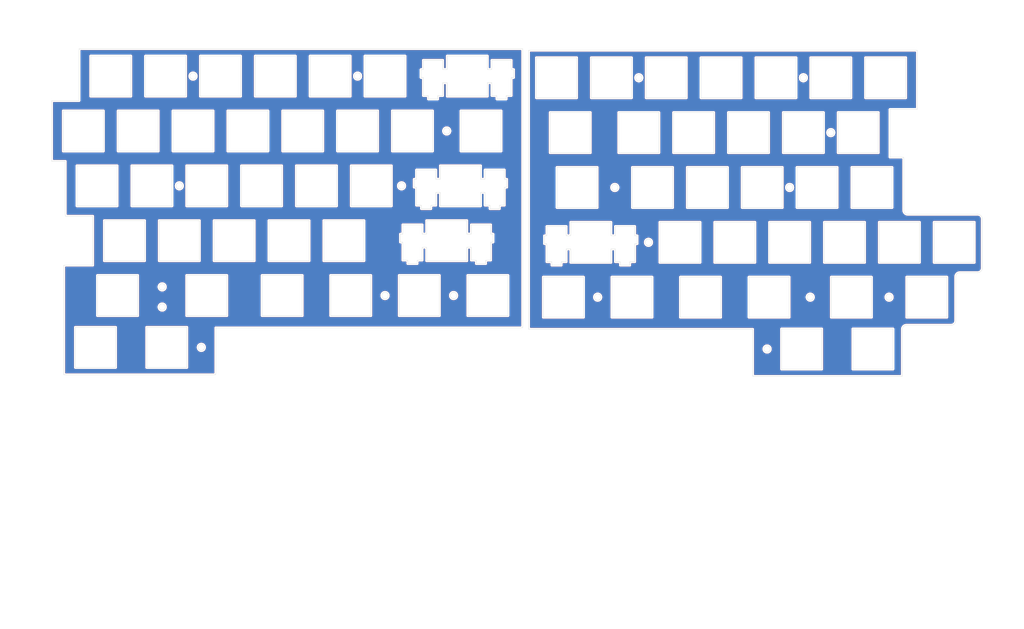
<source format=kicad_pcb>
(kicad_pcb (version 20240108) (generator "pcbnew") (generator_version "8.0")
  (layers (0 "F.Cu" signal) (31 "B.Cu" signal) (34 "B.Paste" user) (35 "F.Paste" user) (36 "B.SilkS" user "B.Silkscreen") (37 "F.SilkS" user "F.Silkscreen") (38 "B.Mask" user) (39 "F.Mask" user) (44 "Edge.Cuts" user))
  (net 0 "")
  (gr_line (start 102.715 151.311165) (end 209.293 151.311165) (layer "Edge.Cuts"))
  (gr_line (start 285.51755 109.5752) (end 285.51755 95.5759) (layer "Edge.Cuts"))
  (gr_line (start 216.88568 119.3264) (end 217.71115 119.3264) (layer "Edge.Cuts"))
  (gr_line (start 330.47255 133.675561) (end 330.47255 147.675561) (layer "Edge.Cuts"))
  (gr_line (start 295.04255 128.6252) (end 295.04255 114.6259) (layer "Edge.Cuts"))
  (gr_line (start 49.965 129.5786) (end 49.965 167.60505) (layer "Edge.Cuts"))
  (gr_circle (center 249.6547 64.4756) (end 248.5047 64.4756) (fill none) (layer "Edge.Cuts"))
  (gr_line (start 216.88568 122.1253) (end 216.88568 119.3264) (layer "Edge.Cuts"))
  (gr_line (start 196.233 108.7753) (end 196.233 104.3063) (layer "Edge.Cuts"))
  (gr_line (start 169.395 129.0255) (end 169.395 127.8253) (layer "Edge.Cuts"))
  (gr_line (start 205.366 61.6061) (end 206.188 61.6061) (layer "Edge.Cuts"))
  (gr_line (start 289.20535 151.798495) (end 289.20535 168.17495) (layer "Edge.Cuts"))
  (gr_line (start 194.708 99.7065) (end 196.233 99.7065) (layer "Edge.Cuts"))
  (gr_line (start 301.89745 133.675561) (end 301.89745 147.675561) (layer "Edge.Cuts"))
  (gr_line (start 209.293 54.381756) (end 55.265 54.381756) (layer "Edge.Cuts"))
  (gr_line (start 125.652 109.0053) (end 111.653 109.0053) (layer "Edge.Cuts"))
  (gr_line (start 194.708 104.3063) (end 194.708 109.0053) (layer "Edge.Cuts"))
  (gr_circle (center 97.715 158.10505) (end 96.565 158.10505) (fill none) (layer "Edge.Cuts"))
  (gr_line (start 144.99 75.956) (end 158.99 75.956) (layer "Edge.Cuts"))
  (gr_line (start 352.19079 114.6266) (end 366.19009 114.628542) (layer "Edge.Cuts"))
  (gr_line (start 191.47 127.8253) (end 191.47 123.3549) (layer "Edge.Cuts"))
  (gr_line (start 278.086442 147.675561) (end 264.086442 147.675552) (layer "Edge.Cuts"))
  (gr_line (start 239.98575 128.6252) (end 225.98625 128.6252) (layer "Edge.Cuts"))
  (gr_line (start 316.47255 133.675561) (end 330.47255 133.675561) (layer "Edge.Cuts"))
  (gr_line (start 171.608 102.5054) (end 171.608 99.7065) (layer "Edge.Cuts"))
  (gr_line (start 202.985 96.4764) (end 202.985 99.7065) (layer "Edge.Cuts"))
  (gr_line (start 225.98625 128.6252) (end 225.98625 123.9248) (layer "Edge.Cuts"))
  (gr_line (start 247.41755 95.5759) (end 261.41685 95.5759) (layer "Edge.Cuts"))
  (gr_line (start 166.846 118.7565) (end 167.67 118.7565) (layer "Edge.Cuts"))
  (gr_line (start 125.94 89.9553) (end 125.94 75.956) (layer "Edge.Cuts"))
  (gr_line (start 140.228 128.0553) (end 140.228 114.056) (layer "Edge.Cuts"))
  (gr_line (start 172.434 96.4764) (end 179.184 96.4764) (layer "Edge.Cuts"))
  (gr_line (start 116.127 128.0553) (end 102.128 128.0553) (layer "Edge.Cuts"))
  (gr_line (start 224.46075 116.0963) (end 224.46075 119.3264) (layer "Edge.Cuts"))
  (gr_line (start 187.853 75.956) (end 201.852 75.956) (layer "Edge.Cuts"))
  (gr_line (start 224.46075 123.9248) (end 224.46075 128.3952) (layer "Edge.Cuts"))
  (gr_line (start 218.84251 76.5259) (end 232.84205 76.5259) (layer "Edge.Cuts"))
  (gr_line (start 285.22935 71.4752) (end 271.23005 71.4752) (layer "Edge.Cuts"))
  (gr_line (start 278.086442 133.675552) (end 278.086442 147.675561) (layer "Edge.Cuts"))
  (gr_line (start 118.795 133.1046) (end 132.796 133.1046) (layer "Edge.Cuts"))
  (gr_line (start 333.14235 128.6252) (end 333.14235 114.6259) (layer "Edge.Cuts"))
  (gr_line (start 68.502 95.006) (end 68.502 109.0053) (layer "Edge.Cuts"))
  (gr_line (start 299.80505 76.5259) (end 313.80435 76.5259) (layer "Edge.Cuts"))
  (gr_line (start 225.98625 119.3264) (end 225.98625 114.6259) (layer "Edge.Cuts"))
  (gr_line (start 366.188148 128.627842) (end 352.188848 128.6259) (layer "Edge.Cuts"))
  (gr_line (start 174.159 108.7753) (end 172.434 108.7753) (layer "Edge.Cuts"))
  (gr_line (start 120.89 89.9553) (end 106.89 89.9553) (layer "Edge.Cuts"))
  (gr_line (start 342.643438 150.3753) (end 358.166468 150.3753) (layer "Edge.Cuts"))
  (gr_line (start 169.395 127.8253) (end 167.67 127.8253) (layer "Edge.Cuts"))
  (gr_line (start 246.53555 128.3952) (end 246.53555 129.5954) (layer "Edge.Cuts"))
  (gr_line (start 198.222 115.5264) (end 198.222 118.7565) (layer "Edge.Cuts"))
  (gr_line (start 61.645 147.1055) (end 61.645 133.1046) (layer "Edge.Cuts"))
  (gr_line (start 214.08 71.4752) (end 214.08 57.476) (layer "Edge.Cuts"))
  (gr_line (start 289.99185 128.6252) (end 275.99255 128.6252) (layer "Edge.Cuts"))
  (gr_line (start 189.946 123.3549) (end 189.946 128.0553) (layer "Edge.Cuts"))
  (gr_line (start 201.26 108.7753) (end 201.26 109.9755) (layer "Edge.Cuts"))
  (gr_line (start 214.08 57.476) (end 228.07955 57.476) (layer "Edge.Cuts"))
  (gr_line (start 68.79 89.9553) (end 68.79 75.956) (layer "Edge.Cuts"))
  (gr_line (start 175.945 114.056) (end 189.946 114.056) (layer "Edge.Cuts"))
  (gr_line (start 135.177 128.0553) (end 121.178 128.0553) (layer "Edge.Cuts"))
  (gr_line (start 233.13005 71.4752) (end 233.13005 57.476) (layer "Edge.Cuts"))
  (gr_arc (start 359.66655 133.62205) (mid 360.105889 132.561391) (end 361.166548 132.12205) (layer "Edge.Cuts"))
  (gr_line (start 82.79 89.9553) (end 68.79 89.9553) (layer "Edge.Cuts"))
  (gr_line (start 294.75435 76.5259) (end 294.75435 90.5252) (layer "Edge.Cuts"))
  (gr_line (start 221.22238 95.5759) (end 235.22325 95.5759) (layer "Edge.Cuts"))
  (gr_line (start 224.46075 119.3264) (end 225.98625 119.3264) (layer "Edge.Cuts"))
  (gr_line (start 180.421 133.1046) (end 180.421 147.1055) (layer "Edge.Cuts"))
  (gr_line (start 180.421 147.1055) (end 166.42 147.1055) (layer "Edge.Cuts"))
  (gr_line (start 179.184 99.7065) (end 180.709 99.7065) (layer "Edge.Cuts"))
  (gr_line (start 304.27935 57.476) (end 304.27935 71.4752) (layer "Edge.Cuts"))
  (gr_line (start 313.80435 76.5259) (end 313.80435 90.5252) (layer "Edge.Cuts"))
  (gr_line (start 45.74 93.4813) (end 50.503 93.4813) (layer "Edge.Cuts"))
  (gr_line (start 328.09235 128.6252) (end 314.09235 128.6252) (layer "Edge.Cuts"))
  (gr_line (start 261.70505 76.5259) (end 275.70435 76.5259) (layer "Edge.Cuts"))
  (gr_line (start 275.70435 90.5252) (end 261.70505 90.5252) (layer "Edge.Cuts"))
  (gr_line (start 132.796 147.1055) (end 118.795 147.1055) (layer "Edge.Cuts"))
  (gr_line (start 181.565 66.2061) (end 181.565 70.6753) (layer "Edge.Cuts"))
  (gr_line (start 183.09 61.6061) (end 183.09 56.9061) (layer "Edge.Cuts"))
  (gr_line (start 174.815 70.6753) (end 174.815 64.4051) (layer "Edge.Cuts"))
  (gr_line (start 130.703 109.0053) (end 130.703 95.006) (layer "Edge.Cuts"))
  (gr_line (start 316.47255 147.675561) (end 316.47255 133.675561) (layer "Edge.Cuts"))
  (gr_line (start 111.653 95.006) (end 125.652 95.006) (layer "Edge.Cuts"))
  (gr_line (start 45.74 72.43) (end 45.74 93.4813) (layer "Edge.Cuts"))
  (gr_line (start 225.98625 114.6259) (end 239.98575 114.6259) (layer "Edge.Cuts"))
  (gr_line (start 248.26075 119.3264) (end 249.08625 119.3264) (layer "Edge.Cuts"))
  (gr_line (start 198.614 61.6061) (end 198.614 58.3761) (layer "Edge.Cuts"))
  (gr_line (start 248.26075 128.3952) (end 246.53555 128.3952) (layer "Edge.Cuts"))
  (gr_line (start 64.028 114.056) (end 78.027 114.056) (layer "Edge.Cuts"))
  (gr_line (start 346.37935 54.95) (end 211.38 54.95) (layer "Edge.Cuts"))
  (gr_line (start 328.09235 114.6259) (end 328.09235 128.6252) (layer "Edge.Cuts"))
  (gr_line (start 205.366 64.4051) (end 205.366 70.6753) (layer "Edge.Cuts"))
  (gr_circle (center 316.32985 83.52555) (end 315.17985 83.52555) (fill none) (layer "Edge.Cuts"))
  (gr_line (start 196.233 99.7065) (end 196.233 96.4764) (layer "Edge.Cuts"))
  (gr_line (start 125.94 75.956) (end 139.94 75.956) (layer "Edge.Cuts"))
  (gr_line (start 106.602 147.1055) (end 92.603 147.1055) (layer "Edge.Cuts"))
  (gr_line (start 193.195 127.8253) (end 191.47 127.8253) (layer "Edge.Cuts"))
  (gr_line (start 323.61735 95.5759) (end 337.61735 95.5759) (layer "Edge.Cuts"))
  (gr_line (start 179.839 71.8755) (end 176.539 71.8755) (layer "Edge.Cuts"))
  (gr_line (start 254.272369 147.675552) (end 240.272369 147.675552) (layer "Edge.Cuts"))
  (gr_line (start 275.70435 76.5259) (end 275.70435 90.5252) (layer "Edge.Cuts"))
  (gr_line (start 194.708 109.0053) (end 180.709 109.0053) (layer "Edge.Cuts"))
  (gr_line (start 172.434 108.7753) (end 172.434 102.5054) (layer "Edge.Cuts"))
  (gr_line (start 299.51685 95.5759) (end 299.51685 109.5752) (layer "Edge.Cuts"))
  (gr_line (start 275.99255 114.6259) (end 289.99185 114.6259) (layer "Edge.Cuts"))
  (gr_line (start 366.19009 114.628542) (end 366.188148 128.627842) (layer "Edge.Cuts"))
  (gr_line (start 183.09 66.2061) (end 181.565 66.2061) (layer "Edge.Cuts"))
  (gr_line (start 219.43644 129.5954) (end 219.43644 128.3952) (layer "Edge.Cuts"))
  (gr_line (start 189.946 114.056) (end 189.946 118.7565) (layer "Edge.Cuts"))
  (gr_line (start 217.71115 122.1253) (end 216.88568 122.1253) (layer "Edge.Cuts"))
  (gr_circle (center 182.9465 82.95565) (end 181.7965 82.95565) (fill none) (layer "Edge.Cuts"))
  (gr_line (start 280.46685 109.5752) (end 266.46755 109.5752) (layer "Edge.Cuts"))
  (gr_line (start 336.85435 75.4752) (end 346.37935 75.4752) (layer "Edge.Cuts"))
  (gr_line (start 347.14235 128.6252) (end 333.14235 128.6252) (layer "Edge.Cuts"))
  (gr_line (start 54.503 109.0053) (end 54.503 95.006) (layer "Edge.Cuts"))
  (gr_line (start 68.79 75.956) (end 82.79 75.956) (layer "Edge.Cuts"))
  (gr_line (start 270.94185 114.6259) (end 270.94185 128.6252) (layer "Edge.Cuts"))
  (gr_line (start 97.077 114.056) (end 97.077 128.0553) (layer "Edge.Cuts"))
  (gr_line (start 323.61735 109.5752) (end 323.61735 95.5759) (layer "Edge.Cuts"))
  (gr_line (start 217.71115 116.0963) (end 224.46075 116.0963) (layer "Edge.Cuts"))
  (gr_line (start 191.47 115.5264) (end 198.222 115.5264) (layer "Edge.Cuts"))
  (gr_line (start 63.74 89.9553) (end 49.74 89.9553) (layer "Edge.Cuts"))
  (gr_line (start 196.233 104.3063) (end 194.708 104.3063) (layer "Edge.Cuts"))
  (gr_line (start 149.753 109.0053) (end 149.753 95.006) (layer "Edge.Cuts"))
  (gr_line (start 309.32865 71.4752) (end 309.32865 57.476) (layer "Edge.Cuts"))
  (gr_line (start 154.227 128.0553) (end 140.228 128.0553) (layer "Edge.Cuts"))
  (gr_line (start 203.81 102.5054) (end 202.985 102.5054) (layer "Edge.Cuts"))
  (gr_line (start 222.73545 129.5954) (end 219.43644 129.5954) (layer "Edge.Cuts"))
  (gr_line (start 55.265 54.381756) (end 55.265 72.43) (layer "Edge.Cuts"))
  (gr_line (start 280.46685 95.5759) (end 280.46685 109.5752) (layer "Edge.Cuts"))
  (gr_line (start 118.795 147.1055) (end 118.795 133.1046) (layer "Edge.Cuts"))
  (gr_line (start 219.43644 128.3952) (end 217.71115 128.3952) (layer "Edge.Cuts"))
  (gr_line (start 200.339 70.6753) (end 198.614 70.6753) (layer "Edge.Cuts"))
  (gr_line (start 181.565 61.6061) (end 183.09 61.6061) (layer "Edge.Cuts"))
  (gr_line (start 174.159 109.9755) (end 174.159 108.7753) (layer "Edge.Cuts"))
  (gr_line (start 197.09 56.9061) (end 197.09 61.6061) (layer "Edge.Cuts"))
  (gr_line (start 309.04185 128.6252) (end 295.04255 128.6252) (layer "Edge.Cuts"))
  (gr_line (start 200.339 71.8755) (end 200.339 70.6753) (layer "Edge.Cuts"))
  (gr_line (start 201.852 89.9553) (end 187.853 89.9553) (layer "Edge.Cuts"))
  (gr_line (start 139.94 89.9553) (end 125.94 89.9553) (layer "Edge.Cuts"))
  (gr_line (start 101.84 75.956) (end 101.84 89.9553) (layer "Edge.Cuts"))
  (gr_line (start 337.61735 109.5752) (end 323.61735 109.5752) (layer "Edge.Cuts"))
  (gr_line (start 216.460199 147.675552) (end 216.460199 133.675552) (layer "Edge.Cuts"))
  (gr_line (start 242.65505 90.5252) (end 242.65505 76.5259) (layer "Edge.Cuts"))
  (gr_line (start 164.04 89.9553) (end 164.04 75.956) (layer "Edge.Cuts"))
  (gr_line (start 225.98625 123.9248) (end 224.46075 123.9248) (layer "Edge.Cuts"))
  (gr_line (start 168.515 56.9061) (end 168.515 70.9053) (layer "Edge.Cuts"))
  (gr_line (start 256.65435 90.5252) (end 242.65505 90.5252) (layer "Edge.Cuts"))
  (gr_line (start 264.086442 133.675552) (end 278.086442 133.675552) (layer "Edge.Cuts"))
  (gr_line (start 249.08625 122.1253) (end 248.26075 122.1253) (layer "Edge.Cuts"))
  (gr_line (start 247.12935 57.476) (end 247.12935 71.4752) (layer "Edge.Cuts"))
  (gr_line (start 198.222 118.7565) (end 199.044 118.7565) (layer "Edge.Cuts"))
  (gr_line (start 330.47255 147.675561) (end 316.47255 147.675561) (layer "Edge.Cuts"))
  (gr_line (start 149.465 56.9061) (end 149.465 70.9053) (layer "Edge.Cuts"))
  (gr_line (start 241.51125 123.9248) (end 239.98575 123.9248) (layer "Edge.Cuts"))
  (gr_line (start 175.945 128.0553) (end 175.945 123.3549) (layer "Edge.Cuts"))
  (gr_line (start 167.67 118.7565) (end 167.67 115.5264) (layer "Edge.Cuts"))
  (gr_line (start 217.71115 128.3952) (end 217.71115 122.1253) (layer "Edge.Cuts"))
  (gr_line (start 323.32935 57.476) (end 323.32935 71.4752) (layer "Edge.Cuts"))
  (gr_line (start 252.18005 71.4752) (end 252.18005 57.476) (layer "Edge.Cuts"))
  (gr_circle (center 241.3204 102.57555) (end 240.1704 102.57555) (fill none) (layer "Edge.Cuts"))
  (gr_line (start 177.458 109.9755) (end 174.159 109.9755) (layer "Edge.Cuts"))
  (gr_line (start 67.965 151.10505) (end 67.965 165.10505) (layer "Edge.Cuts"))
  (gr_line (start 116.415 70.9053) (end 116.415 56.9061) (layer "Edge.Cuts"))
  (gr_line (start 144.99 89.9553) (end 144.99 75.956) (layer "Edge.Cuts"))
  (gr_line (start 130.703 95.006) (end 144.702 95.006) (layer "Edge.Cuts"))
  (gr_line (start 60.028 112.5313) (end 60.028 129.5786) (layer "Edge.Cuts"))
  (gr_line (start 202.985 102.5054) (end 202.985 108.7753) (layer "Edge.Cuts"))
  (gr_circle (center 94.84 63.9057) (end 93.69 63.9057) (fill none) (layer "Edge.Cuts"))
  (gr_line (start 235.22325 109.5752) (end 221.22238 109.5752) (layer "Edge.Cuts"))
  (gr_line (start 275.99255 128.6252) (end 275.99255 114.6259) (layer "Edge.Cuts"))
  (gr_line (start 224.46075 128.3952) (end 222.73545 128.3952) (layer "Edge.Cuts"))
  (gr_line (start 121.178 128.0553) (end 121.178 114.056) (layer "Edge.Cuts"))
  (gr_line (start 239.98575 119.3264) (end 241.51125 119.3264) (layer "Edge.Cuts"))
  (gr_line (start 248.26075 116.0963) (end 248.26075 119.3264) (layer "Edge.Cuts"))
  (gr_line (start 341.61735 92.0499) (end 336.85435 92.0499) (layer "Edge.Cuts"))
  (gr_line (start 241.51125 128.3952) (end 241.51125 123.9248) (layer "Edge.Cuts"))
  (gr_arc (start 341.14335 151.87539) (mid 341.582716 150.814668) (end 342.643438 150.3753) (layer "Edge.Cuts"))
  (gr_line (start 323.32935 71.4752) (end 309.32865 71.4752) (layer "Edge.Cuts"))
  (gr_line (start 341.61735 110.4259) (end 341.61735 92.0499) (layer "Edge.Cuts"))
  (gr_line (start 247.12935 71.4752) (end 233.13005 71.4752) (layer "Edge.Cuts"))
  (gr_line (start 53.965 151.10505) (end 67.965 151.10505) (layer "Edge.Cuts"))
  (gr_line (start 68.502 109.0053) (end 54.503 109.0053) (layer "Edge.Cuts"))
  (gr_line (start 295.04255 114.6259) (end 309.04185 114.6259) (layer "Edge.Cuts"))
  (gr_line (start 261.41685 95.5759) (end 261.41685 109.5752) (layer "Edge.Cuts"))
  (gr_line (start 180.709 99.7065) (end 180.709 95.006) (layer "Edge.Cuts"))
  (gr_line (start 121.178 114.056) (end 135.177 114.056) (layer "Edge.Cuts"))
  (gr_line (start 341.14335 168.17495) (end 341.14335 151.87539) (layer "Edge.Cuts"))
  (gr_line (start 230.460199 133.675552) (end 230.460199 147.675552) (layer "Edge.Cuts"))
  (gr_line (start 132.796 133.1046) (end 132.796 147.1055) (layer "Edge.Cuts"))
  (gr_line (start 368.888848 130.62205) (end 368.888848 113.4259) (layer "Edge.Cuts"))
  (gr_line (start 158.99 75.956) (end 158.99 89.9553) (layer "Edge.Cuts"))
  (gr_line (start 323.95535 151.675561) (end 337.95535 151.675561) (layer "Edge.Cuts"))
  (gr_line (start 240.272369 147.675552) (end 240.272369 133.675552) (layer "Edge.Cuts"))
  (gr_line (start 337.95535 165.675561) (end 323.95535 165.675561) (layer "Edge.Cuts"))
  (gr_line (start 196.497 129.0255) (end 193.195 129.0255) (layer "Edge.Cuts"))
  (gr_line (start 198.614 70.6753) (end 198.614 66.2061) (layer "Edge.Cuts"))
  (gr_line (start 332.85435 76.5259) (end 332.85435 90.5252) (layer "Edge.Cuts"))
  (gr_line (start 352.188848 128.6259) (end 352.19079 114.6266) (layer "Edge.Cuts"))
  (gr_line (start 167.67 115.5264) (end 174.421 115.5264) (layer "Edge.Cuts"))
  (gr_line (start 203.81 99.7065) (end 203.81 102.5054) (layer "Edge.Cuts"))
  (gr_line (start 290.28005 57.476) (end 304.27935 57.476) (layer "Edge.Cuts"))
  (gr_line (start 92.603 147.1055) (end 92.603 133.1046) (layer "Edge.Cuts"))
  (gr_line (start 304.56755 95.5759) (end 318.56735 95.5759) (layer "Edge.Cuts"))
  (gr_line (start 222.73545 128.3952) (end 222.73545 129.5954) (layer "Edge.Cuts"))
  (gr_line (start 181.565 58.3761) (end 181.565 61.6061) (layer "Edge.Cuts"))
  (gr_line (start 180.709 104.3063) (end 179.184 104.3063) (layer "Edge.Cuts"))
  (gr_line (start 183.09 70.9053) (end 183.09 66.2061) (layer "Edge.Cuts"))
  (gr_line (start 142.609 147.1055) (end 142.609 133.1046) (layer "Edge.Cuts"))
  (gr_line (start 261.70505 90.5252) (end 261.70505 76.5259) (layer "Edge.Cuts"))
  (gr_line (start 135.465 70.9053) (end 135.465 56.9061) (layer "Edge.Cuts"))
  (gr_line (start 106.602 109.0053) (end 92.603 109.0053) (layer "Edge.Cuts"))
  (gr_line (start 163.752 95.006) (end 163.752 109.0053) (layer "Edge.Cuts"))
  (gr_line (start 130.415 70.9053) (end 116.415 70.9053) (layer "Edge.Cuts"))
  (gr_line (start 187.853 89.9553) (end 187.853 75.956) (layer "Edge.Cuts"))
  (gr_line (start 304.27935 71.4752) (end 290.28005 71.4752) (layer "Edge.Cuts"))
  (gr_line (start 313.20535 165.675561) (end 299.20535 165.675561) (layer "Edge.Cuts"))
  (gr_line (start 211.38 54.95) (end 211.38 151.798495) (layer "Edge.Cuts"))
  (gr_line (start 198.614 58.3761) (end 205.366 58.3761) (layer "Edge.Cuts"))
  (gr_line (start 209.293 151.311165) (end 209.293 54.381756) (layer "Edge.Cuts"))
  (gr_line (start 175.945 118.7565) (end 175.945 114.056) (layer "Edge.Cuts"))
  (gr_line (start 116.415 56.9061) (end 130.415 56.9061) (layer "Edge.Cuts"))
  (gr_line (start 78.715 165.10505) (end 78.715 151.10505) (layer "Edge.Cuts"))
  (gr_line (start 53.965 165.10505) (end 53.965 151.10505) (layer "Edge.Cuts"))
  (gr_line (start 197.09 66.2061) (end 197.09 70.9053) (layer "Edge.Cuts"))
  (gr_line (start 102.128 114.056) (end 116.127 114.056) (layer "Edge.Cuts"))
  (gr_line (start 172.434 99.7065) (end 172.434 96.4764) (layer "Edge.Cuts"))
  (gr_circle (center 151.99 63.9057) (end 150.84 63.9057) (fill none) (layer "Edge.Cuts"))
  (gr_line (start 178.04 75.956) (end 178.04 89.9553) (layer "Edge.Cuts"))
  (gr_line (start 202.985 99.7065) (end 203.81 99.7065) (layer "Edge.Cuts"))
  (gr_line (start 97.365 70.9053) (end 97.365 56.9061) (layer "Edge.Cuts"))
  (gr_line (start 63.74 75.956) (end 63.74 89.9553) (layer "Edge.Cuts"))
  (gr_line (start 252.18005 57.476) (end 266.17935 57.476) (layer "Edge.Cuts"))
  (gr_line (start 64.028 128.0553) (end 64.028 114.056) (layer "Edge.Cuts"))
  (gr_line (start 179.839 70.6753) (end 179.839 71.8755) (layer "Edge.Cuts"))
  (gr_line (start 78.027 114.056) (end 78.027 128.0553) (layer "Edge.Cuts"))
  (gr_line (start 87.84 89.9553) (end 87.84 75.956) (layer "Edge.Cuts"))
  (gr_line (start 111.365 56.9061) (end 111.365 70.9053) (layer "Edge.Cuts"))
  (gr_line (start 206.188 64.4051) (end 205.366 64.4051) (layer "Edge.Cuts"))
  (gr_line (start 172.434 102.5054) (end 171.608 102.5054) (layer "Edge.Cuts"))
  (gr_line (start 92.603 109.0053) (end 92.603 95.006) (layer "Edge.Cuts"))
  (gr_line (start 289.99185 114.6259) (end 289.99185 128.6252) (layer "Edge.Cuts"))
  (gr_line (start 106.602 133.1046) (end 106.602 147.1055) (layer "Edge.Cuts"))
  (gr_line (start 55.265 72.43) (end 45.74 72.43) (layer "Edge.Cuts"))
  (gr_line (start 149.753 95.006) (end 163.752 95.006) (layer "Edge.Cuts"))
  (gr_line (start 92.603 95.006) (end 106.602 95.006) (layer "Edge.Cuts"))
  (gr_line (start 205.366 58.3761) (end 205.366 61.6061) (layer "Edge.Cuts"))
  (gr_line (start 75.646 133.1046) (end 75.646 147.1055) (layer "Edge.Cuts"))
  (gr_line (start 266.46755 109.5752) (end 266.46755 95.5759) (layer "Edge.Cuts"))
  (gr_line (start 318.56735 95.5759) (end 318.56735 109.5752) (layer "Edge.Cuts"))
  (gr_line (start 130.415 56.9061) (end 130.415 70.9053) (layer "Edge.Cuts"))
  (gr_line (start 49.965 167.60505) (end 102.715 167.60505) (layer "Edge.Cuts"))
  (gr_line (start 287.89745 133.675561) (end 301.89745 133.675561) (layer "Edge.Cuts"))
  (gr_line (start 323.95535 165.675561) (end 323.95535 151.675561) (layer "Edge.Cuts"))
  (gr_line (start 163.752 109.0053) (end 149.753 109.0053) (layer "Edge.Cuts"))
  (gr_line (start 314.09235 128.6252) (end 314.09235 114.6259) (layer "Edge.Cuts"))
  (gr_circle (center 306.804 64.4756) (end 305.654 64.4756) (fill none) (layer "Edge.Cuts"))
  (gr_line (start 125.652 95.006) (end 125.652 109.0053) (layer "Edge.Cuts"))
  (gr_line (start 49.74 89.9553) (end 49.74 75.956) (layer "Edge.Cuts"))
  (gr_line (start 92.315 70.9053) (end 78.315 70.9053) (layer "Edge.Cuts"))
  (gr_line (start 60.028 129.5786) (end 49.965 129.5786) (layer "Edge.Cuts"))
  (gr_line (start 318.85535 76.5259) (end 332.85435 76.5259) (layer "Edge.Cuts"))
  (gr_line (start 197.09 70.9053) (end 183.09 70.9053) (layer "Edge.Cuts"))
  (gr_line (start 87.552 109.0053) (end 73.553 109.0053) (layer "Edge.Cuts"))
  (gr_line (start 166.846 121.5554) (end 166.846 118.7565) (layer "Edge.Cuts"))
  (gr_line (start 198.614 66.2061) (end 197.09 66.2061) (layer "Edge.Cuts"))
  (gr_circle (center 161.514 140.10505) (end 160.364 140.10505) (fill none) (layer "Edge.Cuts"))
  (gr_line (start 92.315 56.9061) (end 92.315 70.9053) (layer "Edge.Cuts"))
  (gr_line (start 179.184 108.7753) (end 177.458 108.7753) (layer "Edge.Cuts"))
  (gr_line (start 203.641 71.8755) (end 200.339 71.8755) (layer "Edge.Cuts"))
  (gr_line (start 217.71115 119.3264) (end 217.71115 116.0963) (layer "Edge.Cuts"))
  (gr_line (start 232.84205 76.5259) (end 232.84205 90.5252) (layer "Edge.Cuts"))
  (gr_line (start 73.265 70.9053) (end 59.265 70.9053) (layer "Edge.Cuts"))
  (gr_line (start 196.497 127.8253) (end 196.497 129.0255) (layer "Edge.Cuts"))
  (gr_line (start 120.89 75.956) (end 120.89 89.9553) (layer "Edge.Cuts"))
  (gr_line (start 177.458 108.7753) (end 177.458 109.9755) (layer "Edge.Cuts"))
  (gr_line (start 73.553 109.0053) (end 73.553 95.006) (layer "Edge.Cuts"))
  (gr_line (start 174.421 123.3549) (end 174.421 127.8253) (layer "Edge.Cuts"))
  (gr_line (start 202.985 108.7753) (end 201.26 108.7753) (layer "Edge.Cuts"))
  (gr_line (start 314.09235 114.6259) (end 328.09235 114.6259) (layer "Edge.Cuts"))
  (gr_line (start 318.56735 109.5752) (end 304.56755 109.5752) (layer "Edge.Cuts"))
  (gr_line (start 176.539 71.8755) (end 176.539 70.6753) (layer "Edge.Cuts"))
  (gr_line (start 342.37935 71.4752) (end 328.37835 71.4752) (layer "Edge.Cuts"))
  (gr_line (start 102.128 128.0553) (end 102.128 114.056) (layer "Edge.Cuts"))
  (gr_line (start 176.539 70.6753) (end 174.815 70.6753) (layer "Edge.Cuts"))
  (gr_line (start 218.84251 90.5252) (end 218.84251 76.5259) (layer "Edge.Cuts"))
  (gr_line (start 248.26075 122.1253) (end 248.26075 128.3952) (layer "Edge.Cuts"))
  (gr_line (start 154.515 70.9053) (end 154.515 56.9061) (layer "Edge.Cuts"))
  (gr_circle (center 253.0144 121.62555) (end 251.8644 121.62555) (fill none) (layer "Edge.Cuts"))
  (gr_line (start 256.65435 76.5259) (end 256.65435 90.5252) (layer "Edge.Cuts"))
  (gr_line (start 342.37935 57.476) (end 342.37935 71.4752) (layer "Edge.Cuts"))
  (gr_line (start 106.89 89.9553) (end 106.89 75.956) (layer "Edge.Cuts"))
  (gr_line (start 197.958 108.7753) (end 196.233 108.7753) (layer "Edge.Cuts"))
  (gr_line (start 243.23515 128.3952) (end 241.51125 128.3952) (layer "Edge.Cuts"))
  (gr_arc (start 359.66655 148.87522) (mid 359.227186 149.935938) (end 358.166468 150.3753) (layer "Edge.Cuts"))
  (gr_line (start 59.265 56.9061) (end 73.265 56.9061) (layer "Edge.Cuts"))
  (gr_line (start 144.702 95.006) (end 144.702 109.0053) (layer "Edge.Cuts"))
  (gr_line (start 254.272369 133.675552) (end 254.272369 147.675552) (layer "Edge.Cuts"))
  (gr_line (start 299.80505 90.5252) (end 299.80505 76.5259) (layer "Edge.Cuts"))
  (gr_arc (start 368.888848 130.62205) (mid 368.449508 131.68271) (end 367.388848 132.12205) (layer "Edge.Cuts"))
  (gr_line (start 332.85435 90.5252) (end 318.85535 90.5252) (layer "Edge.Cuts"))
  (gr_line (start 333.14235 114.6259) (end 347.14235 114.6259) (layer "Edge.Cuts"))
  (gr_line (start 241.51125 116.0963) (end 248.26075 116.0963) (layer "Edge.Cuts"))
  (gr_line (start 75.646 147.1055) (end 61.645 147.1055) (layer "Edge.Cuts"))
  (gr_line (start 92.715 165.10505) (end 78.715 165.10505) (layer "Edge.Cuts"))
  (gr_circle (center 90.0775 102.00565) (end 88.9275 102.00565) (fill none) (layer "Edge.Cuts"))
  (gr_line (start 233.13005 57.476) (end 247.12935 57.476) (layer "Edge.Cuts"))
  (gr_line (start 166.42 133.1046) (end 180.421 133.1046) (layer "Edge.Cuts"))
  (gr_circle (center 84.1245 144.10505) (end 82.9745 144.10505) (fill none) (layer "Edge.Cuts"))
  (gr_line (start 204.234 133.1046) (end 204.234 147.1055) (layer "Edge.Cuts"))
  (gr_line (start 313.20535 151.675561) (end 313.20535 165.675561) (layer "Edge.Cuts"))
  (gr_line (start 50.503 112.5313) (end 60.028 112.5313) (layer "Edge.Cuts"))
  (gr_line (start 309.04185 114.6259) (end 309.04185 128.6252) (layer "Edge.Cuts"))
  (gr_line (start 337.61735 95.5759) (end 337.61735 109.5752) (layer "Edge.Cuts"))
  (gr_line (start 183.09 56.9061) (end 197.09 56.9061) (layer "Edge.Cuts"))
  (gr_line (start 135.177 114.056) (end 135.177 128.0553) (layer "Edge.Cuts"))
  (gr_line (start 106.602 95.006) (end 106.602 109.0053) (layer "Edge.Cuts"))
  (gr_line (start 228.07955 57.476) (end 228.07955 71.4752) (layer "Edge.Cuts"))
  (gr_line (start 241.51125 119.3264) (end 241.51125 116.0963) (layer "Edge.Cuts"))
  (gr_line (start 313.80435 90.5252) (end 299.80505 90.5252) (layer "Edge.Cuts"))
  (gr_line (start 290.28005 71.4752) (end 290.28005 57.476) (layer "Edge.Cuts"))
  (gr_line (start 243.23515 129.5954) (end 243.23515 128.3952) (layer "Edge.Cuts"))
  (gr_line (start 164.04 75.956) (end 178.04 75.956) (layer "Edge.Cuts"))
  (gr_line (start 171.608 99.7065) (end 172.434 99.7065) (layer "Edge.Cuts"))
  (gr_line (start 175.945 123.3549) (end 174.421 123.3549) (layer "Edge.Cuts"))
  (gr_line (start 230.460199 147.675552) (end 216.460199 147.675552) (layer "Edge.Cuts"))
  (gr_line (start 156.608 147.1055) (end 142.609 147.1055) (layer "Edge.Cuts"))
  (gr_line (start 83.078 114.056) (end 97.077 114.056) (layer "Edge.Cuts"))
  (gr_line (start 180.709 109.0053) (end 180.709 104.3063) (layer "Edge.Cuts"))
  (gr_line (start 204.234 147.1055) (end 190.234 147.1055) (layer "Edge.Cuts"))
  (gr_circle (center 235.366284 140.675552) (end 234.216284 140.675552) (fill none) (layer "Edge.Cuts"))
  (gr_line (start 247.41755 109.5752) (end 247.41755 95.5759) (layer "Edge.Cuts"))
  (gr_line (start 199.044 118.7565) (end 199.044 121.5554) (layer "Edge.Cuts"))
  (gr_line (start 189.946 128.0553) (end 175.945 128.0553) (layer "Edge.Cuts"))
  (gr_line (start 346.37935 75.4752) (end 346.37935 54.95) (layer "Edge.Cuts"))
  (gr_line (start 78.315 56.9061) (end 92.315 56.9061) (layer "Edge.Cuts"))
  (gr_line (start 197.958 109.9755) (end 197.958 108.7753) (layer "Edge.Cuts"))
  (gr_line (start 92.715 151.10505) (end 92.715 165.10505) (layer "Edge.Cuts"))
  (gr_line (start 289.20535 168.17495) (end 341.14335 168.17495) (layer "Edge.Cuts"))
  (gr_line (start 193.195 129.0255) (end 193.195 127.8253) (layer "Edge.Cuts"))
  (gr_line (start 342.66655 133.675561) (end 356.66655 133.675561) (layer "Edge.Cuts"))
  (gr_line (start 135.465 56.9061) (end 149.465 56.9061) (layer "Edge.Cuts"))
  (gr_line (start 191.47 118.7565) (end 191.47 115.5264) (layer "Edge.Cuts"))
  (gr_line (start 73.553 95.006) (end 87.552 95.006) (layer "Edge.Cuts"))
  (gr_line (start 205.366 70.6753) (end 203.641 70.6753) (layer "Edge.Cuts"))
  (gr_circle (center 294.20535 158.675561) (end 293.05535 158.675561) (fill none) (layer "Edge.Cuts"))
  (gr_line (start 73.265 56.9061) (end 73.265 70.9053) (layer "Edge.Cuts"))
  (gr_line (start 167.67 121.5554) (end 166.846 121.5554) (layer "Edge.Cuts"))
  (gr_line (start 287.89745 147.675561) (end 287.89745 133.675561) (layer "Edge.Cuts"))
  (gr_line (start 266.46755 95.5759) (end 280.46685 95.5759) (layer "Edge.Cuts"))
  (gr_line (start 50.503 93.4813) (end 50.503 112.5313) (layer "Edge.Cuts"))
  (gr_line (start 173.99 64.4051) (end 173.99 61.6061) (layer "Edge.Cuts"))
  (gr_line (start 101.84 89.9553) (end 87.84 89.9553) (layer "Edge.Cuts"))
  (gr_line (start 249.08625 119.3264) (end 249.08625 122.1253) (layer "Edge.Cuts"))
  (gr_line (start 271.23005 57.476) (end 285.22935 57.476) (layer "Edge.Cuts"))
  (gr_line (start 221.22238 109.5752) (end 221.22238 95.5759) (layer "Edge.Cuts"))
  (gr_line (start 173.99 61.6061) (end 174.815 61.6061) (layer "Edge.Cuts"))
  (gr_line (start 266.17935 57.476) (end 266.17935 71.4752) (layer "Edge.Cuts"))
  (gr_line (start 78.315 70.9053) (end 78.315 56.9061) (layer "Edge.Cuts"))
  (gr_line (start 203.641 70.6753) (end 203.641 71.8755) (layer "Edge.Cuts"))
  (gr_line (start 61.645 133.1046) (end 75.646 133.1046) (layer "Edge.Cuts"))
  (gr_line (start 294.75435 90.5252) (end 280.75505 90.5252) (layer "Edge.Cuts"))
  (gr_arc (start 367.388848 111.9259) (mid 368.449508 112.36524) (end 368.888848 113.4259) (layer "Edge.Cuts"))
  (gr_line (start 197.09 61.6061) (end 198.614 61.6061) (layer "Edge.Cuts"))
  (gr_line (start 301.89745 147.675561) (end 287.89745 147.675561) (layer "Edge.Cuts"))
  (gr_line (start 270.94185 128.6252) (end 256.94255 128.6252) (layer "Edge.Cuts"))
  (gr_circle (center 336.56955 140.675561) (end 335.41955 140.675561) (fill none) (layer "Edge.Cuts"))
  (gr_line (start 179.184 96.4764) (end 179.184 99.7065) (layer "Edge.Cuts"))
  (gr_line (start 242.65505 76.5259) (end 256.65435 76.5259) (layer "Edge.Cuts"))
  (gr_line (start 174.815 61.6061) (end 174.815 58.3761) (layer "Edge.Cuts"))
  (gr_line (start 82.79 75.956) (end 82.79 89.9553) (layer "Edge.Cuts"))
  (gr_line (start 271.23005 71.4752) (end 271.23005 57.476) (layer "Edge.Cuts"))
  (gr_line (start 196.233 96.4764) (end 202.985 96.4764) (layer "Edge.Cuts"))
  (gr_line (start 174.815 58.3761) (end 181.565 58.3761) (layer "Edge.Cuts"))
  (gr_line (start 261.41685 109.5752) (end 247.41755 109.5752) (layer "Edge.Cuts"))
  (gr_line (start 256.94255 114.6259) (end 270.94185 114.6259) (layer "Edge.Cuts"))
  (gr_line (start 198.222 127.8253) (end 196.497 127.8253) (layer "Edge.Cuts"))
  (gr_line (start 59.265 70.9053) (end 59.265 56.9061) (layer "Edge.Cuts"))
  (gr_line (start 309.32865 57.476) (end 323.32935 57.476) (layer "Edge.Cuts"))
  (gr_line (start 328.37835 57.476) (end 342.37935 57.476) (layer "Edge.Cuts"))
  (gr_line (start 174.421 115.5264) (end 174.421 118.7565) (layer "Edge.Cuts"))
  (gr_line (start 246.53555 129.5954) (end 243.23515 129.5954) (layer "Edge.Cuts"))
  (gr_line (start 232.84205 90.5252) (end 218.84251 90.5252) (layer "Edge.Cuts"))
  (gr_line (start 356.66655 133.675561) (end 356.66655 147.675561) (layer "Edge.Cuts"))
  (gr_line (start 78.715 151.10505) (end 92.715 151.10505) (layer "Edge.Cuts"))
  (gr_line (start 299.20535 165.675561) (end 299.20535 151.675561) (layer "Edge.Cuts"))
  (gr_line (start 106.89 75.956) (end 120.89 75.956) (layer "Edge.Cuts"))
  (gr_line (start 367.388848 111.9259) (end 343.117348 111.9259) (layer "Edge.Cuts"))
  (gr_line (start 180.709 95.006) (end 194.708 95.006) (layer "Edge.Cuts"))
  (gr_circle (center 185.3275 140.10505) (end 184.1775 140.10505) (fill none) (layer "Edge.Cuts"))
  (gr_line (start 347.14235 114.6259) (end 347.14235 128.6252) (layer "Edge.Cuts"))
  (gr_line (start 172.696 127.8253) (end 172.696 129.0255) (layer "Edge.Cuts"))
  (gr_line (start 174.815 64.4051) (end 173.99 64.4051) (layer "Edge.Cuts"))
  (gr_line (start 240.272369 133.675552) (end 254.272369 133.675552) (layer "Edge.Cuts"))
  (gr_line (start 328.37835 71.4752) (end 328.37835 57.476) (layer "Edge.Cuts"))
  (gr_line (start 67.965 165.10505) (end 53.965 165.10505) (layer "Edge.Cuts"))
  (gr_line (start 266.17935 71.4752) (end 252.18005 71.4752) (layer "Edge.Cuts"))
  (gr_line (start 264.086442 147.675552) (end 264.086442 133.675552) (layer "Edge.Cuts"))
  (gr_line (start 239.98575 114.6259) (end 239.98575 119.3264) (layer "Edge.Cuts"))
  (gr_line (start 318.85535 90.5252) (end 318.85535 76.5259) (layer "Edge.Cuts"))
  (gr_line (start 201.852 75.956) (end 201.852 89.9553) (layer "Edge.Cuts"))
  (gr_line (start 190.234 147.1055) (end 190.234 133.1046) (layer "Edge.Cuts"))
  (gr_line (start 239.98575 123.9248) (end 239.98575 128.6252) (layer "Edge.Cuts"))
  (gr_line (start 87.552 95.006) (end 87.552 109.0053) (layer "Edge.Cuts"))
  (gr_line (start 154.515 56.9061) (end 168.515 56.9061) (layer "Edge.Cuts"))
  (gr_line (start 83.078 128.0553) (end 83.078 114.056) (layer "Edge.Cuts"))
  (gr_line (start 361.166548 132.12205) (end 367.388848 132.12205) (layer "Edge.Cuts"))
  (gr_line (start 285.22935 57.476) (end 285.22935 71.4752) (layer "Edge.Cuts"))
  (gr_line (start 87.84 75.956) (end 101.84 75.956) (layer "Edge.Cuts"))
  (gr_line (start 299.51685 109.5752) (end 285.51755 109.5752) (layer "Edge.Cuts"))
  (gr_line (start 304.56755 109.5752) (end 304.56755 95.5759) (layer "Edge.Cuts"))
  (gr_line (start 49.74 75.956) (end 63.74 75.956) (layer "Edge.Cuts"))
  (gr_line (start 168.515 70.9053) (end 154.515 70.9053) (layer "Edge.Cuts"))
  (gr_line (start 97.077 128.0553) (end 83.078 128.0553) (layer "Edge.Cuts"))
  (gr_line (start 280.75505 76.5259) (end 294.75435 76.5259) (layer "Edge.Cuts"))
  (gr_line (start 359.66655 148.87522) (end 359.66655 133.62205) (layer "Edge.Cuts"))
  (gr_line (start 199.044 121.5554) (end 198.222 121.5554) (layer "Edge.Cuts"))
  (gr_circle (center 84.1245 137.10505) (end 82.9745 137.10505) (fill none) (layer "Edge.Cuts"))
  (gr_line (start 111.653 109.0053) (end 111.653 95.006) (layer "Edge.Cuts"))
  (gr_line (start 189.946 118.7565) (end 191.47 118.7565) (layer "Edge.Cuts"))
  (gr_line (start 356.66655 147.675561) (end 342.66655 147.675561) (layer "Edge.Cuts"))
  (gr_circle (center 167.2525 102.00565) (end 166.1025 102.00565) (fill none) (layer "Edge.Cuts"))
  (gr_line (start 167.67 127.8253) (end 167.67 121.5554) (layer "Edge.Cuts"))
  (gr_line (start 299.20535 151.675561) (end 313.20535 151.675561) (layer "Edge.Cuts"))
  (gr_line (start 156.608 133.1046) (end 156.608 147.1055) (layer "Edge.Cuts"))
  (gr_line (start 178.04 89.9553) (end 164.04 89.9553) (layer "Edge.Cuts"))
  (gr_line (start 179.184 104.3063) (end 179.184 108.7753) (layer "Edge.Cuts"))
  (gr_line (start 280.75505 90.5252) (end 280.75505 76.5259) (layer "Edge.Cuts"))
  (gr_line (start 194.708 95.006) (end 194.708 99.7065) (layer "Edge.Cuts"))
  (gr_line (start 191.47 123.3549) (end 189.946 123.3549) (layer "Edge.Cuts"))
  (gr_line (start 337.95535 151.675561) (end 337.95535 165.675561) (layer "Edge.Cuts"))
  (gr_circle (center 302.0422 102.57555) (end 300.8922 102.57555) (fill none) (layer "Edge.Cuts"))
  (gr_line (start 102.715 167.60505) (end 102.715 151.311165) (layer "Edge.Cuts"))
  (gr_line (start 97.365 56.9061) (end 111.365 56.9061) (layer "Edge.Cuts"))
  (gr_line (start 206.188 61.6061) (end 206.188 64.4051) (layer "Edge.Cuts"))
  (gr_line (start 174.421 118.7565) (end 175.945 118.7565) (layer "Edge.Cuts"))
  (gr_line (start 92.603 133.1046) (end 106.602 133.1046) (layer "Edge.Cuts"))
  (gr_line (start 140.228 114.056) (end 154.227 114.056) (layer "Edge.Cuts"))
  (gr_line (start 149.465 70.9053) (end 135.465 70.9053) (layer "Edge.Cuts"))
  (gr_line (start 285.51755 95.5759) (end 299.51685 95.5759) (layer "Edge.Cuts"))
  (gr_line (start 78.027 128.0553) (end 64.028 128.0553) (layer "Edge.Cuts"))
  (gr_line (start 139.94 75.956) (end 139.94 89.9553) (layer "Edge.Cuts"))
  (gr_circle (center 309.185 140.675561) (end 308.035 140.675561) (fill none) (layer "Edge.Cuts"))
  (gr_line (start 116.127 114.056) (end 116.127 128.0553) (layer "Edge.Cuts"))
  (gr_line (start 144.702 109.0053) (end 130.703 109.0053) (layer "Edge.Cuts"))
  (gr_line (start 54.503 95.006) (end 68.502 95.006) (layer "Edge.Cuts"))
  (gr_line (start 111.365 70.9053) (end 97.365 70.9053) (layer "Edge.Cuts"))
  (gr_line (start 166.42 147.1055) (end 166.42 133.1046) (layer "Edge.Cuts"))
  (gr_line (start 158.99 89.9553) (end 144.99 89.9553) (layer "Edge.Cuts"))
  (gr_line (start 342.66655 147.675561) (end 342.66655 133.675561) (layer "Edge.Cuts"))
  (gr_line (start 216.460199 133.675552) (end 230.460199 133.675552) (layer "Edge.Cuts"))
  (gr_line (start 198.222 121.5554) (end 198.222 127.8253) (layer "Edge.Cuts"))
  (gr_arc (start 343.117348 111.9259) (mid 342.056706 111.486557) (end 341.61735 110.4259) (layer "Edge.Cuts"))
  (gr_line (start 228.07955 71.4752) (end 214.08 71.4752) (layer "Edge.Cuts"))
  (gr_line (start 235.22325 95.5759) (end 235.22325 109.5752) (layer "Edge.Cuts"))
  (gr_line (start 256.94255 128.6252) (end 256.94255 114.6259) (layer "Edge.Cuts"))
  (gr_line (start 190.234 133.1046) (end 204.234 133.1046) (layer "Edge.Cuts"))
  (gr_line (start 154.227 114.056) (end 154.227 128.0553) (layer "Edge.Cuts"))
  (gr_line (start 336.85435 92.0499) (end 336.85435 75.4752) (layer "Edge.Cuts"))
  (gr_line (start 201.26 109.9755) (end 197.958 109.9755) (layer "Edge.Cuts"))
  (gr_line (start 172.696 129.0255) (end 169.395 129.0255) (layer "Edge.Cuts"))
  (gr_line (start 174.421 127.8253) (end 172.696 127.8253) (layer "Edge.Cuts"))
  (gr_line (start 181.565 70.6753) (end 179.839 70.6753) (layer "Edge.Cuts"))
  (gr_line (start 142.609 133.1046) (end 156.608 133.1046) (layer "Edge.Cuts"))
  (gr_line (start 211.38 151.798495) (end 289.20535 151.798495) (layer "Edge.Cuts"))
  (zone (net 0) (net_name "") (layers "F&B.Cu") (connect_pads (clearance 0.5)) (min_thickness 0.25) (fill yes (thermal_gap 0.5) (thermal_bridge_width 0.5) (island_removal_mode 1) (island_area_min 10))
    (polygon (pts (xy 28.26 38.85) (xy 27.8 253.71) (xy 381.15 256.01) (xy 383.45 37.47)))
  )
)
</source>
